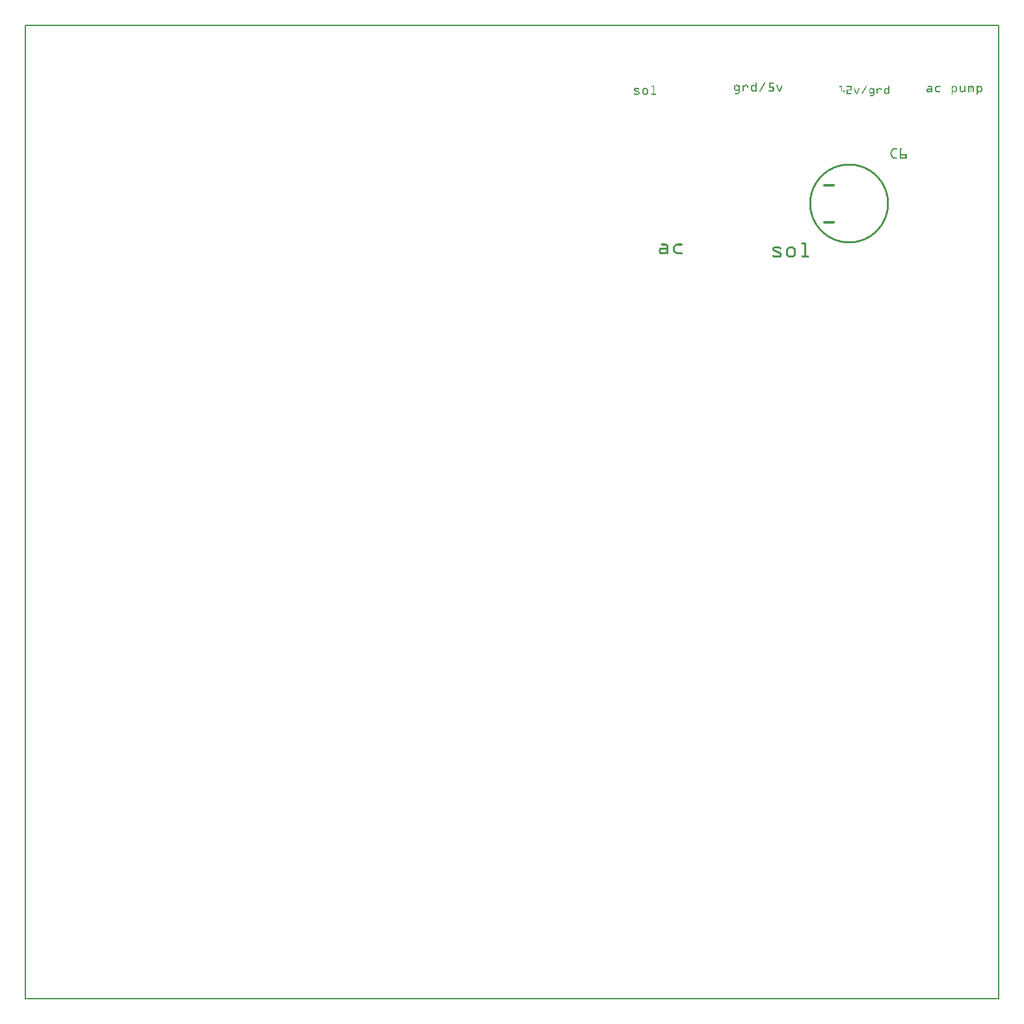
<source format=gto>
G04 MADE WITH FRITZING*
G04 WWW.FRITZING.ORG*
G04 DOUBLE SIDED*
G04 HOLES PLATED*
G04 CONTOUR ON CENTER OF CONTOUR VECTOR*
%ASAXBY*%
%FSLAX23Y23*%
%MOIN*%
%OFA0B0*%
%SFA1.0B1.0*%
%ADD10C,0.410000X0.39*%
%ADD11R,5.000010X5.000010X4.984010X4.984010*%
%ADD12C,0.008000*%
%ADD13R,0.001000X0.001000*%
%LNSILK1*%
G90*
G70*
G54D10*
X4227Y4080D03*
G54D12*
X4Y4996D02*
X4996Y4996D01*
X4996Y4D01*
X4Y4D01*
X4Y4996D01*
D02*
G54D13*
X3751Y4702D02*
X3754Y4702D01*
X3795Y4702D02*
X3798Y4702D01*
X3819Y4702D02*
X3842Y4702D01*
X3750Y4701D02*
X3755Y4701D01*
X3794Y4701D02*
X3798Y4701D01*
X3819Y4701D02*
X3842Y4701D01*
X3750Y4700D02*
X3755Y4700D01*
X3793Y4700D02*
X3799Y4700D01*
X3819Y4700D02*
X3842Y4700D01*
X3750Y4699D02*
X3755Y4699D01*
X3793Y4699D02*
X3798Y4699D01*
X3819Y4699D02*
X3842Y4699D01*
X3750Y4698D02*
X3755Y4698D01*
X3792Y4698D02*
X3798Y4698D01*
X3819Y4698D02*
X3842Y4698D01*
X3750Y4697D02*
X3755Y4697D01*
X3791Y4697D02*
X3798Y4697D01*
X3819Y4697D02*
X3840Y4697D01*
X3750Y4696D02*
X3755Y4696D01*
X3791Y4696D02*
X3797Y4696D01*
X3819Y4696D02*
X3824Y4696D01*
X3750Y4695D02*
X3755Y4695D01*
X3790Y4695D02*
X3796Y4695D01*
X3819Y4695D02*
X3824Y4695D01*
X3750Y4694D02*
X3755Y4694D01*
X3790Y4694D02*
X3796Y4694D01*
X3819Y4694D02*
X3824Y4694D01*
X3750Y4693D02*
X3755Y4693D01*
X3789Y4693D02*
X3795Y4693D01*
X3819Y4693D02*
X3824Y4693D01*
X3750Y4692D02*
X3755Y4692D01*
X3788Y4692D02*
X3795Y4692D01*
X3819Y4692D02*
X3824Y4692D01*
X3750Y4691D02*
X3755Y4691D01*
X3788Y4691D02*
X3794Y4691D01*
X3819Y4691D02*
X3824Y4691D01*
X3648Y4690D02*
X3654Y4690D01*
X3665Y4690D02*
X3665Y4690D01*
X3684Y4690D02*
X3685Y4690D01*
X3696Y4690D02*
X3704Y4690D01*
X3736Y4690D02*
X3742Y4690D01*
X3750Y4690D02*
X3755Y4690D01*
X3787Y4690D02*
X3793Y4690D01*
X3819Y4690D02*
X3824Y4690D01*
X3859Y4690D02*
X3860Y4690D01*
X3884Y4690D02*
X3884Y4690D01*
X3645Y4689D02*
X3657Y4689D01*
X3663Y4689D02*
X3667Y4689D01*
X3683Y4689D02*
X3686Y4689D01*
X3695Y4689D02*
X3706Y4689D01*
X3733Y4689D02*
X3745Y4689D01*
X3750Y4689D02*
X3755Y4689D01*
X3787Y4689D02*
X3793Y4689D01*
X3819Y4689D02*
X3824Y4689D01*
X3858Y4689D02*
X3861Y4689D01*
X3882Y4689D02*
X3886Y4689D01*
X3644Y4688D02*
X3659Y4688D01*
X3662Y4688D02*
X3667Y4688D01*
X3682Y4688D02*
X3687Y4688D01*
X3693Y4688D02*
X3708Y4688D01*
X3731Y4688D02*
X3746Y4688D01*
X3750Y4688D02*
X3755Y4688D01*
X3786Y4688D02*
X3792Y4688D01*
X3819Y4688D02*
X3824Y4688D01*
X3857Y4688D02*
X3862Y4688D01*
X3881Y4688D02*
X3886Y4688D01*
X3642Y4687D02*
X3660Y4687D01*
X3662Y4687D02*
X3667Y4687D01*
X3682Y4687D02*
X3687Y4687D01*
X3692Y4687D02*
X3709Y4687D01*
X3730Y4687D02*
X3748Y4687D01*
X3750Y4687D02*
X3755Y4687D01*
X3786Y4687D02*
X3792Y4687D01*
X3819Y4687D02*
X3824Y4687D01*
X3857Y4687D02*
X3862Y4687D01*
X3881Y4687D02*
X3886Y4687D01*
X3217Y4686D02*
X3227Y4686D01*
X3641Y4686D02*
X3667Y4686D01*
X3682Y4686D02*
X3687Y4686D01*
X3691Y4686D02*
X3710Y4686D01*
X3729Y4686D02*
X3755Y4686D01*
X3785Y4686D02*
X3791Y4686D01*
X3819Y4686D02*
X3824Y4686D01*
X3857Y4686D02*
X3862Y4686D01*
X3881Y4686D02*
X3886Y4686D01*
X4756Y4686D02*
X4757Y4686D01*
X4766Y4686D02*
X4770Y4686D01*
X4884Y4686D02*
X4885Y4686D01*
X4894Y4686D02*
X4899Y4686D01*
X3215Y4685D02*
X3228Y4685D01*
X3640Y4685D02*
X3667Y4685D01*
X3682Y4685D02*
X3687Y4685D01*
X3690Y4685D02*
X3710Y4685D01*
X3728Y4685D02*
X3755Y4685D01*
X3784Y4685D02*
X3790Y4685D01*
X3819Y4685D02*
X3824Y4685D01*
X3857Y4685D02*
X3862Y4685D01*
X3881Y4685D02*
X3886Y4685D01*
X4634Y4685D02*
X4645Y4685D01*
X4682Y4685D02*
X4694Y4685D01*
X4754Y4685D02*
X4758Y4685D01*
X4763Y4685D02*
X4773Y4685D01*
X4799Y4685D02*
X4799Y4685D01*
X4849Y4685D02*
X4849Y4685D01*
X4883Y4685D02*
X4886Y4685D01*
X4892Y4685D02*
X4901Y4685D01*
X3215Y4684D02*
X3229Y4684D01*
X3640Y4684D02*
X3649Y4684D01*
X3654Y4684D02*
X3667Y4684D01*
X3682Y4684D02*
X3687Y4684D01*
X3689Y4684D02*
X3698Y4684D01*
X3703Y4684D02*
X3711Y4684D01*
X3727Y4684D02*
X3736Y4684D01*
X3741Y4684D02*
X3755Y4684D01*
X3784Y4684D02*
X3790Y4684D01*
X3819Y4684D02*
X3824Y4684D01*
X3857Y4684D02*
X3862Y4684D01*
X3881Y4684D02*
X3886Y4684D01*
X4179Y4684D02*
X4192Y4684D01*
X4217Y4684D02*
X4238Y4684D01*
X4315Y4684D02*
X4317Y4684D01*
X4431Y4684D02*
X4432Y4684D01*
X4632Y4684D02*
X4649Y4684D01*
X4678Y4684D02*
X4696Y4684D01*
X4754Y4684D02*
X4759Y4684D01*
X4762Y4684D02*
X4774Y4684D01*
X4797Y4684D02*
X4801Y4684D01*
X4821Y4684D02*
X4824Y4684D01*
X4840Y4684D02*
X4843Y4684D01*
X4846Y4684D02*
X4853Y4684D01*
X4858Y4684D02*
X4863Y4684D01*
X4882Y4684D02*
X4887Y4684D01*
X4890Y4684D02*
X4903Y4684D01*
X3215Y4683D02*
X3229Y4683D01*
X3639Y4683D02*
X3646Y4683D01*
X3656Y4683D02*
X3667Y4683D01*
X3682Y4683D02*
X3696Y4683D01*
X3705Y4683D02*
X3711Y4683D01*
X3727Y4683D02*
X3734Y4683D01*
X3744Y4683D02*
X3755Y4683D01*
X3783Y4683D02*
X3789Y4683D01*
X3819Y4683D02*
X3824Y4683D01*
X3857Y4683D02*
X3862Y4683D01*
X3881Y4683D02*
X3886Y4683D01*
X4178Y4683D02*
X4192Y4683D01*
X4216Y4683D02*
X4240Y4683D01*
X4314Y4683D02*
X4318Y4683D01*
X4430Y4683D02*
X4433Y4683D01*
X4632Y4683D02*
X4650Y4683D01*
X4676Y4683D02*
X4697Y4683D01*
X4754Y4683D02*
X4759Y4683D01*
X4761Y4683D02*
X4775Y4683D01*
X4797Y4683D02*
X4801Y4683D01*
X4820Y4683D02*
X4825Y4683D01*
X4839Y4683D02*
X4854Y4683D01*
X4856Y4683D02*
X4865Y4683D01*
X4882Y4683D02*
X4887Y4683D01*
X4889Y4683D02*
X4904Y4683D01*
X3215Y4682D02*
X3229Y4682D01*
X3639Y4682D02*
X3645Y4682D01*
X3657Y4682D02*
X3667Y4682D01*
X3682Y4682D02*
X3695Y4682D01*
X3706Y4682D02*
X3711Y4682D01*
X3726Y4682D02*
X3733Y4682D01*
X3745Y4682D02*
X3755Y4682D01*
X3783Y4682D02*
X3789Y4682D01*
X3819Y4682D02*
X3839Y4682D01*
X3857Y4682D02*
X3863Y4682D01*
X3881Y4682D02*
X3886Y4682D01*
X4178Y4682D02*
X4192Y4682D01*
X4216Y4682D02*
X4240Y4682D01*
X4314Y4682D02*
X4318Y4682D01*
X4429Y4682D02*
X4434Y4682D01*
X4631Y4682D02*
X4651Y4682D01*
X4675Y4682D02*
X4697Y4682D01*
X4754Y4682D02*
X4777Y4682D01*
X4797Y4682D02*
X4801Y4682D01*
X4820Y4682D02*
X4825Y4682D01*
X4839Y4682D02*
X4866Y4682D01*
X4882Y4682D02*
X4905Y4682D01*
X3216Y4681D02*
X3229Y4681D01*
X3638Y4681D02*
X3644Y4681D01*
X3659Y4681D02*
X3667Y4681D01*
X3682Y4681D02*
X3694Y4681D01*
X3706Y4681D02*
X3711Y4681D01*
X3726Y4681D02*
X3732Y4681D01*
X3746Y4681D02*
X3755Y4681D01*
X3782Y4681D02*
X3788Y4681D01*
X3819Y4681D02*
X3840Y4681D01*
X3857Y4681D02*
X3863Y4681D01*
X3881Y4681D02*
X3886Y4681D01*
X4178Y4681D02*
X4192Y4681D01*
X4216Y4681D02*
X4241Y4681D01*
X4313Y4681D02*
X4318Y4681D01*
X4429Y4681D02*
X4434Y4681D01*
X4632Y4681D02*
X4652Y4681D01*
X4674Y4681D02*
X4697Y4681D01*
X4754Y4681D02*
X4778Y4681D01*
X4797Y4681D02*
X4802Y4681D01*
X4820Y4681D02*
X4825Y4681D01*
X4839Y4681D02*
X4867Y4681D01*
X4882Y4681D02*
X4906Y4681D01*
X3223Y4680D02*
X3229Y4680D01*
X3638Y4680D02*
X3643Y4680D01*
X3660Y4680D02*
X3667Y4680D01*
X3682Y4680D02*
X3693Y4680D01*
X3706Y4680D02*
X3711Y4680D01*
X3726Y4680D02*
X3731Y4680D01*
X3747Y4680D02*
X3755Y4680D01*
X3781Y4680D02*
X3788Y4680D01*
X3819Y4680D02*
X3841Y4680D01*
X3858Y4680D02*
X3863Y4680D01*
X3880Y4680D02*
X3886Y4680D01*
X4178Y4680D02*
X4192Y4680D01*
X4217Y4680D02*
X4241Y4680D01*
X4312Y4680D02*
X4318Y4680D01*
X4429Y4680D02*
X4434Y4680D01*
X4632Y4680D02*
X4652Y4680D01*
X4673Y4680D02*
X4696Y4680D01*
X4754Y4680D02*
X4766Y4680D01*
X4771Y4680D02*
X4779Y4680D01*
X4797Y4680D02*
X4802Y4680D01*
X4820Y4680D02*
X4825Y4680D01*
X4839Y4680D02*
X4867Y4680D01*
X4882Y4680D02*
X4894Y4680D01*
X4899Y4680D02*
X4907Y4680D01*
X3224Y4679D02*
X3229Y4679D01*
X3638Y4679D02*
X3643Y4679D01*
X3661Y4679D02*
X3667Y4679D01*
X3682Y4679D02*
X3691Y4679D01*
X3706Y4679D02*
X3711Y4679D01*
X3726Y4679D02*
X3731Y4679D01*
X3748Y4679D02*
X3755Y4679D01*
X3781Y4679D02*
X3787Y4679D01*
X3819Y4679D02*
X3842Y4679D01*
X3858Y4679D02*
X3864Y4679D01*
X3880Y4679D02*
X3885Y4679D01*
X4188Y4679D02*
X4192Y4679D01*
X4237Y4679D02*
X4241Y4679D01*
X4312Y4679D02*
X4317Y4679D01*
X4429Y4679D02*
X4434Y4679D01*
X4646Y4679D02*
X4653Y4679D01*
X4672Y4679D02*
X4681Y4679D01*
X4754Y4679D02*
X4764Y4679D01*
X4772Y4679D02*
X4780Y4679D01*
X4797Y4679D02*
X4802Y4679D01*
X4820Y4679D02*
X4825Y4679D01*
X4839Y4679D02*
X4848Y4679D01*
X4850Y4679D02*
X4867Y4679D01*
X4882Y4679D02*
X4893Y4679D01*
X4900Y4679D02*
X4908Y4679D01*
X3224Y4678D02*
X3229Y4678D01*
X3638Y4678D02*
X3643Y4678D01*
X3662Y4678D02*
X3667Y4678D01*
X3682Y4678D02*
X3690Y4678D01*
X3706Y4678D02*
X3711Y4678D01*
X3726Y4678D02*
X3731Y4678D01*
X3749Y4678D02*
X3755Y4678D01*
X3780Y4678D02*
X3786Y4678D01*
X3819Y4678D02*
X3842Y4678D01*
X3859Y4678D02*
X3864Y4678D01*
X3879Y4678D02*
X3885Y4678D01*
X4188Y4678D02*
X4192Y4678D01*
X4237Y4678D02*
X4241Y4678D01*
X4311Y4678D02*
X4317Y4678D01*
X4429Y4678D02*
X4434Y4678D01*
X4648Y4678D02*
X4653Y4678D01*
X4671Y4678D02*
X4679Y4678D01*
X4754Y4678D02*
X4763Y4678D01*
X4773Y4678D02*
X4781Y4678D01*
X4797Y4678D02*
X4802Y4678D01*
X4820Y4678D02*
X4825Y4678D01*
X4839Y4678D02*
X4847Y4678D01*
X4851Y4678D02*
X4859Y4678D01*
X4862Y4678D02*
X4867Y4678D01*
X4882Y4678D02*
X4892Y4678D01*
X4901Y4678D02*
X4909Y4678D01*
X3224Y4677D02*
X3229Y4677D01*
X3638Y4677D02*
X3643Y4677D01*
X3662Y4677D02*
X3667Y4677D01*
X3682Y4677D02*
X3689Y4677D01*
X3707Y4677D02*
X3710Y4677D01*
X3726Y4677D02*
X3731Y4677D01*
X3750Y4677D02*
X3755Y4677D01*
X3780Y4677D02*
X3786Y4677D01*
X3819Y4677D02*
X3842Y4677D01*
X3859Y4677D02*
X3865Y4677D01*
X3879Y4677D02*
X3884Y4677D01*
X4188Y4677D02*
X4192Y4677D01*
X4237Y4677D02*
X4241Y4677D01*
X4311Y4677D02*
X4316Y4677D01*
X4429Y4677D02*
X4434Y4677D01*
X4648Y4677D02*
X4653Y4677D01*
X4670Y4677D02*
X4678Y4677D01*
X4754Y4677D02*
X4762Y4677D01*
X4774Y4677D02*
X4781Y4677D01*
X4797Y4677D02*
X4802Y4677D01*
X4820Y4677D02*
X4825Y4677D01*
X4839Y4677D02*
X4846Y4677D01*
X4851Y4677D02*
X4858Y4677D01*
X4862Y4677D02*
X4867Y4677D01*
X4882Y4677D02*
X4891Y4677D01*
X4902Y4677D02*
X4909Y4677D01*
X3224Y4676D02*
X3229Y4676D01*
X3638Y4676D02*
X3643Y4676D01*
X3662Y4676D02*
X3667Y4676D01*
X3682Y4676D02*
X3688Y4676D01*
X3726Y4676D02*
X3731Y4676D01*
X3750Y4676D02*
X3755Y4676D01*
X3779Y4676D02*
X3785Y4676D01*
X3837Y4676D02*
X3843Y4676D01*
X3859Y4676D02*
X3865Y4676D01*
X3878Y4676D02*
X3884Y4676D01*
X4188Y4676D02*
X4192Y4676D01*
X4237Y4676D02*
X4241Y4676D01*
X4310Y4676D02*
X4315Y4676D01*
X4429Y4676D02*
X4434Y4676D01*
X4648Y4676D02*
X4653Y4676D01*
X4669Y4676D02*
X4677Y4676D01*
X4754Y4676D02*
X4762Y4676D01*
X4775Y4676D02*
X4782Y4676D01*
X4797Y4676D02*
X4802Y4676D01*
X4820Y4676D02*
X4825Y4676D01*
X4839Y4676D02*
X4845Y4676D01*
X4851Y4676D02*
X4856Y4676D01*
X4862Y4676D02*
X4867Y4676D01*
X4882Y4676D02*
X4890Y4676D01*
X4904Y4676D02*
X4910Y4676D01*
X3224Y4675D02*
X3229Y4675D01*
X3638Y4675D02*
X3643Y4675D01*
X3662Y4675D02*
X3667Y4675D01*
X3682Y4675D02*
X3687Y4675D01*
X3726Y4675D02*
X3731Y4675D01*
X3750Y4675D02*
X3755Y4675D01*
X3779Y4675D02*
X3785Y4675D01*
X3837Y4675D02*
X3843Y4675D01*
X3860Y4675D02*
X3866Y4675D01*
X3878Y4675D02*
X3884Y4675D01*
X4188Y4675D02*
X4192Y4675D01*
X4237Y4675D02*
X4241Y4675D01*
X4309Y4675D02*
X4315Y4675D01*
X4429Y4675D02*
X4434Y4675D01*
X4648Y4675D02*
X4653Y4675D01*
X4669Y4675D02*
X4675Y4675D01*
X4754Y4675D02*
X4761Y4675D01*
X4776Y4675D02*
X4782Y4675D01*
X4797Y4675D02*
X4802Y4675D01*
X4820Y4675D02*
X4825Y4675D01*
X4839Y4675D02*
X4844Y4675D01*
X4851Y4675D02*
X4856Y4675D01*
X4862Y4675D02*
X4867Y4675D01*
X4882Y4675D02*
X4889Y4675D01*
X4905Y4675D02*
X4910Y4675D01*
X3224Y4674D02*
X3229Y4674D01*
X3638Y4674D02*
X3643Y4674D01*
X3662Y4674D02*
X3667Y4674D01*
X3682Y4674D02*
X3687Y4674D01*
X3726Y4674D02*
X3731Y4674D01*
X3750Y4674D02*
X3755Y4674D01*
X3778Y4674D02*
X3784Y4674D01*
X3837Y4674D02*
X3843Y4674D01*
X3860Y4674D02*
X3866Y4674D01*
X3877Y4674D02*
X3883Y4674D01*
X4188Y4674D02*
X4192Y4674D01*
X4237Y4674D02*
X4241Y4674D01*
X4309Y4674D02*
X4314Y4674D01*
X4429Y4674D02*
X4434Y4674D01*
X4648Y4674D02*
X4653Y4674D01*
X4669Y4674D02*
X4674Y4674D01*
X4754Y4674D02*
X4760Y4674D01*
X4777Y4674D02*
X4782Y4674D01*
X4797Y4674D02*
X4802Y4674D01*
X4820Y4674D02*
X4825Y4674D01*
X4839Y4674D02*
X4844Y4674D01*
X4851Y4674D02*
X4856Y4674D01*
X4863Y4674D02*
X4867Y4674D01*
X4882Y4674D02*
X4888Y4674D01*
X4905Y4674D02*
X4910Y4674D01*
X3130Y4673D02*
X3147Y4673D01*
X3176Y4673D02*
X3189Y4673D01*
X3224Y4673D02*
X3229Y4673D01*
X3638Y4673D02*
X3643Y4673D01*
X3662Y4673D02*
X3667Y4673D01*
X3682Y4673D02*
X3687Y4673D01*
X3726Y4673D02*
X3731Y4673D01*
X3750Y4673D02*
X3755Y4673D01*
X3777Y4673D02*
X3783Y4673D01*
X3837Y4673D02*
X3843Y4673D01*
X3861Y4673D02*
X3866Y4673D01*
X3877Y4673D02*
X3883Y4673D01*
X4188Y4673D02*
X4192Y4673D01*
X4237Y4673D02*
X4241Y4673D01*
X4256Y4673D02*
X4257Y4673D01*
X4277Y4673D02*
X4278Y4673D01*
X4308Y4673D02*
X4314Y4673D01*
X4340Y4673D02*
X4346Y4673D01*
X4354Y4673D02*
X4355Y4673D01*
X4372Y4673D02*
X4372Y4673D01*
X4382Y4673D02*
X4389Y4673D01*
X4417Y4673D02*
X4422Y4673D01*
X4429Y4673D02*
X4434Y4673D01*
X4648Y4673D02*
X4653Y4673D01*
X4668Y4673D02*
X4674Y4673D01*
X4754Y4673D02*
X4759Y4673D01*
X4777Y4673D02*
X4782Y4673D01*
X4797Y4673D02*
X4802Y4673D01*
X4820Y4673D02*
X4825Y4673D01*
X4839Y4673D02*
X4844Y4673D01*
X4851Y4673D02*
X4856Y4673D01*
X4863Y4673D02*
X4868Y4673D01*
X4882Y4673D02*
X4887Y4673D01*
X4906Y4673D02*
X4911Y4673D01*
X3128Y4672D02*
X3149Y4672D01*
X3174Y4672D02*
X3191Y4672D01*
X3224Y4672D02*
X3229Y4672D01*
X3638Y4672D02*
X3643Y4672D01*
X3662Y4672D02*
X3667Y4672D01*
X3682Y4672D02*
X3687Y4672D01*
X3726Y4672D02*
X3731Y4672D01*
X3750Y4672D02*
X3755Y4672D01*
X3777Y4672D02*
X3783Y4672D01*
X3837Y4672D02*
X3843Y4672D01*
X3861Y4672D02*
X3867Y4672D01*
X3877Y4672D02*
X3882Y4672D01*
X4188Y4672D02*
X4192Y4672D01*
X4237Y4672D02*
X4241Y4672D01*
X4255Y4672D02*
X4258Y4672D01*
X4276Y4672D02*
X4279Y4672D01*
X4308Y4672D02*
X4313Y4672D01*
X4337Y4672D02*
X4348Y4672D01*
X4353Y4672D02*
X4356Y4672D01*
X4370Y4672D02*
X4373Y4672D01*
X4381Y4672D02*
X4391Y4672D01*
X4414Y4672D02*
X4425Y4672D01*
X4429Y4672D02*
X4434Y4672D01*
X4631Y4672D02*
X4653Y4672D01*
X4668Y4672D02*
X4673Y4672D01*
X4754Y4672D02*
X4759Y4672D01*
X4777Y4672D02*
X4782Y4672D01*
X4797Y4672D02*
X4802Y4672D01*
X4820Y4672D02*
X4825Y4672D01*
X4839Y4672D02*
X4844Y4672D01*
X4851Y4672D02*
X4856Y4672D01*
X4863Y4672D02*
X4868Y4672D01*
X4882Y4672D02*
X4887Y4672D01*
X4906Y4672D02*
X4911Y4672D01*
X3127Y4671D02*
X3151Y4671D01*
X3173Y4671D02*
X3192Y4671D01*
X3224Y4671D02*
X3229Y4671D01*
X3638Y4671D02*
X3643Y4671D01*
X3662Y4671D02*
X3667Y4671D01*
X3682Y4671D02*
X3687Y4671D01*
X3726Y4671D02*
X3731Y4671D01*
X3750Y4671D02*
X3755Y4671D01*
X3776Y4671D02*
X3782Y4671D01*
X3837Y4671D02*
X3843Y4671D01*
X3862Y4671D02*
X3867Y4671D01*
X3876Y4671D02*
X3882Y4671D01*
X4188Y4671D02*
X4192Y4671D01*
X4237Y4671D02*
X4241Y4671D01*
X4254Y4671D02*
X4259Y4671D01*
X4276Y4671D02*
X4280Y4671D01*
X4307Y4671D02*
X4312Y4671D01*
X4336Y4671D02*
X4350Y4671D01*
X4352Y4671D02*
X4357Y4671D01*
X4370Y4671D02*
X4374Y4671D01*
X4379Y4671D02*
X4393Y4671D01*
X4413Y4671D02*
X4426Y4671D01*
X4429Y4671D02*
X4434Y4671D01*
X4630Y4671D02*
X4653Y4671D01*
X4668Y4671D02*
X4673Y4671D01*
X4754Y4671D02*
X4759Y4671D01*
X4777Y4671D02*
X4782Y4671D01*
X4797Y4671D02*
X4802Y4671D01*
X4820Y4671D02*
X4825Y4671D01*
X4839Y4671D02*
X4844Y4671D01*
X4851Y4671D02*
X4856Y4671D01*
X4863Y4671D02*
X4868Y4671D01*
X4882Y4671D02*
X4887Y4671D01*
X4906Y4671D02*
X4911Y4671D01*
X3126Y4670D02*
X3152Y4670D01*
X3172Y4670D02*
X3193Y4670D01*
X3224Y4670D02*
X3229Y4670D01*
X3638Y4670D02*
X3643Y4670D01*
X3661Y4670D02*
X3667Y4670D01*
X3682Y4670D02*
X3687Y4670D01*
X3726Y4670D02*
X3731Y4670D01*
X3750Y4670D02*
X3755Y4670D01*
X3776Y4670D02*
X3782Y4670D01*
X3837Y4670D02*
X3843Y4670D01*
X3862Y4670D02*
X3868Y4670D01*
X3876Y4670D02*
X3881Y4670D01*
X4188Y4670D02*
X4192Y4670D01*
X4237Y4670D02*
X4241Y4670D01*
X4254Y4670D02*
X4259Y4670D01*
X4275Y4670D02*
X4280Y4670D01*
X4307Y4670D02*
X4312Y4670D01*
X4335Y4670D02*
X4357Y4670D01*
X4370Y4670D02*
X4374Y4670D01*
X4378Y4670D02*
X4393Y4670D01*
X4411Y4670D02*
X4434Y4670D01*
X4628Y4670D02*
X4654Y4670D01*
X4668Y4670D02*
X4673Y4670D01*
X4754Y4670D02*
X4759Y4670D01*
X4777Y4670D02*
X4782Y4670D01*
X4797Y4670D02*
X4802Y4670D01*
X4820Y4670D02*
X4825Y4670D01*
X4839Y4670D02*
X4844Y4670D01*
X4851Y4670D02*
X4856Y4670D01*
X4863Y4670D02*
X4868Y4670D01*
X4882Y4670D02*
X4887Y4670D01*
X4906Y4670D02*
X4911Y4670D01*
X3126Y4669D02*
X3152Y4669D01*
X3171Y4669D02*
X3194Y4669D01*
X3224Y4669D02*
X3229Y4669D01*
X3638Y4669D02*
X3643Y4669D01*
X3660Y4669D02*
X3667Y4669D01*
X3682Y4669D02*
X3687Y4669D01*
X3726Y4669D02*
X3731Y4669D01*
X3750Y4669D02*
X3755Y4669D01*
X3775Y4669D02*
X3781Y4669D01*
X3837Y4669D02*
X3843Y4669D01*
X3863Y4669D02*
X3868Y4669D01*
X3875Y4669D02*
X3881Y4669D01*
X4188Y4669D02*
X4192Y4669D01*
X4237Y4669D02*
X4241Y4669D01*
X4254Y4669D02*
X4259Y4669D01*
X4275Y4669D02*
X4280Y4669D01*
X4306Y4669D02*
X4311Y4669D01*
X4333Y4669D02*
X4357Y4669D01*
X4370Y4669D02*
X4374Y4669D01*
X4377Y4669D02*
X4394Y4669D01*
X4410Y4669D02*
X4434Y4669D01*
X4627Y4669D02*
X4654Y4669D01*
X4668Y4669D02*
X4673Y4669D01*
X4754Y4669D02*
X4759Y4669D01*
X4777Y4669D02*
X4782Y4669D01*
X4797Y4669D02*
X4802Y4669D01*
X4820Y4669D02*
X4825Y4669D01*
X4839Y4669D02*
X4844Y4669D01*
X4851Y4669D02*
X4856Y4669D01*
X4863Y4669D02*
X4868Y4669D01*
X4882Y4669D02*
X4887Y4669D01*
X4906Y4669D02*
X4911Y4669D01*
X3125Y4668D02*
X3153Y4668D01*
X3170Y4668D02*
X3195Y4668D01*
X3224Y4668D02*
X3229Y4668D01*
X3638Y4668D02*
X3644Y4668D01*
X3659Y4668D02*
X3667Y4668D01*
X3682Y4668D02*
X3687Y4668D01*
X3726Y4668D02*
X3731Y4668D01*
X3749Y4668D02*
X3755Y4668D01*
X3774Y4668D02*
X3781Y4668D01*
X3837Y4668D02*
X3843Y4668D01*
X3863Y4668D02*
X3869Y4668D01*
X3875Y4668D02*
X3880Y4668D01*
X4188Y4668D02*
X4192Y4668D01*
X4237Y4668D02*
X4241Y4668D01*
X4254Y4668D02*
X4259Y4668D01*
X4275Y4668D02*
X4280Y4668D01*
X4305Y4668D02*
X4311Y4668D01*
X4333Y4668D02*
X4357Y4668D01*
X4370Y4668D02*
X4374Y4668D01*
X4376Y4668D02*
X4395Y4668D01*
X4410Y4668D02*
X4434Y4668D01*
X4627Y4668D02*
X4654Y4668D01*
X4668Y4668D02*
X4673Y4668D01*
X4754Y4668D02*
X4759Y4668D01*
X4777Y4668D02*
X4782Y4668D01*
X4797Y4668D02*
X4802Y4668D01*
X4820Y4668D02*
X4825Y4668D01*
X4839Y4668D02*
X4844Y4668D01*
X4851Y4668D02*
X4856Y4668D01*
X4863Y4668D02*
X4868Y4668D01*
X4882Y4668D02*
X4887Y4668D01*
X4906Y4668D02*
X4911Y4668D01*
X3125Y4667D02*
X3131Y4667D01*
X3147Y4667D02*
X3152Y4667D01*
X3169Y4667D02*
X3177Y4667D01*
X3188Y4667D02*
X3196Y4667D01*
X3224Y4667D02*
X3229Y4667D01*
X3639Y4667D02*
X3644Y4667D01*
X3658Y4667D02*
X3667Y4667D01*
X3682Y4667D02*
X3687Y4667D01*
X3726Y4667D02*
X3731Y4667D01*
X3749Y4667D02*
X3755Y4667D01*
X3774Y4667D02*
X3780Y4667D01*
X3837Y4667D02*
X3843Y4667D01*
X3863Y4667D02*
X3869Y4667D01*
X3874Y4667D02*
X3880Y4667D01*
X4188Y4667D02*
X4192Y4667D01*
X4237Y4667D02*
X4241Y4667D01*
X4254Y4667D02*
X4259Y4667D01*
X4275Y4667D02*
X4280Y4667D01*
X4305Y4667D02*
X4310Y4667D01*
X4332Y4667D02*
X4338Y4667D01*
X4347Y4667D02*
X4357Y4667D01*
X4370Y4667D02*
X4382Y4667D01*
X4390Y4667D02*
X4395Y4667D01*
X4409Y4667D02*
X4415Y4667D01*
X4424Y4667D02*
X4434Y4667D01*
X4626Y4667D02*
X4654Y4667D01*
X4668Y4667D02*
X4673Y4667D01*
X4754Y4667D02*
X4759Y4667D01*
X4777Y4667D02*
X4782Y4667D01*
X4797Y4667D02*
X4802Y4667D01*
X4820Y4667D02*
X4825Y4667D01*
X4839Y4667D02*
X4844Y4667D01*
X4851Y4667D02*
X4856Y4667D01*
X4863Y4667D02*
X4868Y4667D01*
X4882Y4667D02*
X4887Y4667D01*
X4906Y4667D02*
X4911Y4667D01*
X3125Y4666D02*
X3130Y4666D01*
X3148Y4666D02*
X3152Y4666D01*
X3169Y4666D02*
X3175Y4666D01*
X3190Y4666D02*
X3196Y4666D01*
X3224Y4666D02*
X3229Y4666D01*
X3639Y4666D02*
X3645Y4666D01*
X3657Y4666D02*
X3667Y4666D01*
X3682Y4666D02*
X3687Y4666D01*
X3726Y4666D02*
X3731Y4666D01*
X3747Y4666D02*
X3755Y4666D01*
X3773Y4666D02*
X3779Y4666D01*
X3837Y4666D02*
X3843Y4666D01*
X3864Y4666D02*
X3869Y4666D01*
X3874Y4666D02*
X3880Y4666D01*
X4188Y4666D02*
X4192Y4666D01*
X4220Y4666D02*
X4241Y4666D01*
X4254Y4666D02*
X4259Y4666D01*
X4275Y4666D02*
X4280Y4666D01*
X4304Y4666D02*
X4310Y4666D01*
X4332Y4666D02*
X4337Y4666D01*
X4348Y4666D02*
X4357Y4666D01*
X4370Y4666D02*
X4381Y4666D01*
X4391Y4666D02*
X4395Y4666D01*
X4409Y4666D02*
X4414Y4666D01*
X4425Y4666D02*
X4434Y4666D01*
X4626Y4666D02*
X4632Y4666D01*
X4647Y4666D02*
X4654Y4666D01*
X4668Y4666D02*
X4673Y4666D01*
X4754Y4666D02*
X4759Y4666D01*
X4777Y4666D02*
X4782Y4666D01*
X4797Y4666D02*
X4802Y4666D01*
X4820Y4666D02*
X4825Y4666D01*
X4839Y4666D02*
X4844Y4666D01*
X4851Y4666D02*
X4856Y4666D01*
X4863Y4666D02*
X4868Y4666D01*
X4882Y4666D02*
X4887Y4666D01*
X4906Y4666D02*
X4911Y4666D01*
X3125Y4665D02*
X3130Y4665D01*
X3150Y4665D02*
X3151Y4665D01*
X3168Y4665D02*
X3174Y4665D01*
X3191Y4665D02*
X3197Y4665D01*
X3224Y4665D02*
X3229Y4665D01*
X3639Y4665D02*
X3647Y4665D01*
X3656Y4665D02*
X3667Y4665D01*
X3682Y4665D02*
X3687Y4665D01*
X3726Y4665D02*
X3731Y4665D01*
X3746Y4665D02*
X3755Y4665D01*
X3773Y4665D02*
X3779Y4665D01*
X3837Y4665D02*
X3843Y4665D01*
X3864Y4665D02*
X3870Y4665D01*
X3873Y4665D02*
X3879Y4665D01*
X4188Y4665D02*
X4192Y4665D01*
X4218Y4665D02*
X4241Y4665D01*
X4255Y4665D02*
X4259Y4665D01*
X4275Y4665D02*
X4280Y4665D01*
X4304Y4665D02*
X4309Y4665D01*
X4331Y4665D02*
X4336Y4665D01*
X4349Y4665D02*
X4357Y4665D01*
X4370Y4665D02*
X4380Y4665D01*
X4391Y4665D02*
X4395Y4665D01*
X4408Y4665D02*
X4413Y4665D01*
X4426Y4665D02*
X4434Y4665D01*
X4626Y4665D02*
X4631Y4665D01*
X4648Y4665D02*
X4654Y4665D01*
X4668Y4665D02*
X4673Y4665D01*
X4754Y4665D02*
X4759Y4665D01*
X4777Y4665D02*
X4782Y4665D01*
X4797Y4665D02*
X4802Y4665D01*
X4820Y4665D02*
X4825Y4665D01*
X4839Y4665D02*
X4844Y4665D01*
X4851Y4665D02*
X4856Y4665D01*
X4863Y4665D02*
X4868Y4665D01*
X4882Y4665D02*
X4887Y4665D01*
X4906Y4665D02*
X4911Y4665D01*
X3125Y4664D02*
X3131Y4664D01*
X3168Y4664D02*
X3174Y4664D01*
X3192Y4664D02*
X3197Y4664D01*
X3224Y4664D02*
X3229Y4664D01*
X3640Y4664D02*
X3667Y4664D01*
X3682Y4664D02*
X3687Y4664D01*
X3726Y4664D02*
X3732Y4664D01*
X3745Y4664D02*
X3755Y4664D01*
X3772Y4664D02*
X3778Y4664D01*
X3815Y4664D02*
X3817Y4664D01*
X3837Y4664D02*
X3843Y4664D01*
X3865Y4664D02*
X3870Y4664D01*
X3873Y4664D02*
X3879Y4664D01*
X4188Y4664D02*
X4192Y4664D01*
X4217Y4664D02*
X4241Y4664D01*
X4255Y4664D02*
X4260Y4664D01*
X4274Y4664D02*
X4279Y4664D01*
X4303Y4664D02*
X4308Y4664D01*
X4331Y4664D02*
X4336Y4664D01*
X4350Y4664D02*
X4357Y4664D01*
X4370Y4664D02*
X4379Y4664D01*
X4391Y4664D02*
X4395Y4664D01*
X4408Y4664D02*
X4413Y4664D01*
X4427Y4664D02*
X4434Y4664D01*
X4626Y4664D02*
X4631Y4664D01*
X4649Y4664D02*
X4654Y4664D01*
X4668Y4664D02*
X4673Y4664D01*
X4754Y4664D02*
X4759Y4664D01*
X4777Y4664D02*
X4782Y4664D01*
X4797Y4664D02*
X4802Y4664D01*
X4820Y4664D02*
X4825Y4664D01*
X4839Y4664D02*
X4844Y4664D01*
X4851Y4664D02*
X4856Y4664D01*
X4863Y4664D02*
X4868Y4664D01*
X4882Y4664D02*
X4887Y4664D01*
X4906Y4664D02*
X4911Y4664D01*
X3125Y4663D02*
X3134Y4663D01*
X3168Y4663D02*
X3173Y4663D01*
X3192Y4663D02*
X3197Y4663D01*
X3224Y4663D02*
X3229Y4663D01*
X3641Y4663D02*
X3667Y4663D01*
X3682Y4663D02*
X3687Y4663D01*
X3727Y4663D02*
X3734Y4663D01*
X3744Y4663D02*
X3755Y4663D01*
X3771Y4663D02*
X3778Y4663D01*
X3814Y4663D02*
X3819Y4663D01*
X3837Y4663D02*
X3843Y4663D01*
X3865Y4663D02*
X3871Y4663D01*
X3873Y4663D02*
X3878Y4663D01*
X4188Y4663D02*
X4192Y4663D01*
X4216Y4663D02*
X4240Y4663D01*
X4255Y4663D02*
X4260Y4663D01*
X4274Y4663D02*
X4279Y4663D01*
X4302Y4663D02*
X4308Y4663D01*
X4331Y4663D02*
X4336Y4663D01*
X4352Y4663D02*
X4357Y4663D01*
X4370Y4663D02*
X4377Y4663D01*
X4391Y4663D02*
X4395Y4663D01*
X4408Y4663D02*
X4413Y4663D01*
X4428Y4663D02*
X4434Y4663D01*
X4626Y4663D02*
X4631Y4663D01*
X4649Y4663D02*
X4654Y4663D01*
X4669Y4663D02*
X4674Y4663D01*
X4754Y4663D02*
X4759Y4663D01*
X4777Y4663D02*
X4782Y4663D01*
X4797Y4663D02*
X4802Y4663D01*
X4819Y4663D02*
X4825Y4663D01*
X4839Y4663D02*
X4844Y4663D01*
X4851Y4663D02*
X4856Y4663D01*
X4863Y4663D02*
X4868Y4663D01*
X4882Y4663D02*
X4887Y4663D01*
X4905Y4663D02*
X4910Y4663D01*
X3126Y4662D02*
X3136Y4662D01*
X3168Y4662D02*
X3173Y4662D01*
X3192Y4662D02*
X3197Y4662D01*
X3224Y4662D02*
X3229Y4662D01*
X3642Y4662D02*
X3667Y4662D01*
X3682Y4662D02*
X3687Y4662D01*
X3727Y4662D02*
X3735Y4662D01*
X3742Y4662D02*
X3755Y4662D01*
X3771Y4662D02*
X3777Y4662D01*
X3813Y4662D02*
X3822Y4662D01*
X3837Y4662D02*
X3843Y4662D01*
X3866Y4662D02*
X3878Y4662D01*
X4188Y4662D02*
X4192Y4662D01*
X4216Y4662D02*
X4239Y4662D01*
X4256Y4662D02*
X4261Y4662D01*
X4273Y4662D02*
X4278Y4662D01*
X4302Y4662D02*
X4307Y4662D01*
X4331Y4662D02*
X4336Y4662D01*
X4352Y4662D02*
X4357Y4662D01*
X4370Y4662D02*
X4376Y4662D01*
X4391Y4662D02*
X4394Y4662D01*
X4408Y4662D02*
X4413Y4662D01*
X4429Y4662D02*
X4434Y4662D01*
X4626Y4662D02*
X4631Y4662D01*
X4649Y4662D02*
X4654Y4662D01*
X4669Y4662D02*
X4675Y4662D01*
X4754Y4662D02*
X4760Y4662D01*
X4777Y4662D02*
X4782Y4662D01*
X4797Y4662D02*
X4802Y4662D01*
X4818Y4662D02*
X4825Y4662D01*
X4839Y4662D02*
X4844Y4662D01*
X4851Y4662D02*
X4856Y4662D01*
X4863Y4662D02*
X4868Y4662D01*
X4882Y4662D02*
X4888Y4662D01*
X4905Y4662D02*
X4910Y4662D01*
X3127Y4661D02*
X3138Y4661D01*
X3168Y4661D02*
X3173Y4661D01*
X3192Y4661D02*
X3197Y4661D01*
X3224Y4661D02*
X3229Y4661D01*
X3643Y4661D02*
X3660Y4661D01*
X3662Y4661D02*
X3667Y4661D01*
X3682Y4661D02*
X3687Y4661D01*
X3728Y4661D02*
X3755Y4661D01*
X3770Y4661D02*
X3776Y4661D01*
X3813Y4661D02*
X3842Y4661D01*
X3866Y4661D02*
X3877Y4661D01*
X4188Y4661D02*
X4192Y4661D01*
X4199Y4661D02*
X4202Y4661D01*
X4216Y4661D02*
X4221Y4661D01*
X4256Y4661D02*
X4261Y4661D01*
X4273Y4661D02*
X4278Y4661D01*
X4301Y4661D02*
X4307Y4661D01*
X4331Y4661D02*
X4336Y4661D01*
X4352Y4661D02*
X4357Y4661D01*
X4370Y4661D02*
X4375Y4661D01*
X4408Y4661D02*
X4413Y4661D01*
X4429Y4661D02*
X4434Y4661D01*
X4626Y4661D02*
X4631Y4661D01*
X4648Y4661D02*
X4654Y4661D01*
X4669Y4661D02*
X4676Y4661D01*
X4754Y4661D02*
X4761Y4661D01*
X4776Y4661D02*
X4782Y4661D01*
X4797Y4661D02*
X4802Y4661D01*
X4816Y4661D02*
X4825Y4661D01*
X4839Y4661D02*
X4844Y4661D01*
X4851Y4661D02*
X4856Y4661D01*
X4863Y4661D02*
X4868Y4661D01*
X4882Y4661D02*
X4889Y4661D01*
X4904Y4661D02*
X4910Y4661D01*
X3127Y4660D02*
X3141Y4660D01*
X3168Y4660D02*
X3173Y4660D01*
X3192Y4660D02*
X3197Y4660D01*
X3224Y4660D02*
X3229Y4660D01*
X3644Y4660D02*
X3658Y4660D01*
X3662Y4660D02*
X3667Y4660D01*
X3682Y4660D02*
X3687Y4660D01*
X3729Y4660D02*
X3755Y4660D01*
X3770Y4660D02*
X3776Y4660D01*
X3814Y4660D02*
X3842Y4660D01*
X3866Y4660D02*
X3877Y4660D01*
X4188Y4660D02*
X4192Y4660D01*
X4199Y4660D02*
X4203Y4660D01*
X4216Y4660D02*
X4220Y4660D01*
X4257Y4660D02*
X4262Y4660D01*
X4273Y4660D02*
X4277Y4660D01*
X4301Y4660D02*
X4306Y4660D01*
X4331Y4660D02*
X4336Y4660D01*
X4352Y4660D02*
X4357Y4660D01*
X4370Y4660D02*
X4374Y4660D01*
X4408Y4660D02*
X4413Y4660D01*
X4429Y4660D02*
X4434Y4660D01*
X4626Y4660D02*
X4631Y4660D01*
X4647Y4660D02*
X4654Y4660D01*
X4670Y4660D02*
X4677Y4660D01*
X4754Y4660D02*
X4762Y4660D01*
X4775Y4660D02*
X4782Y4660D01*
X4797Y4660D02*
X4802Y4660D01*
X4814Y4660D02*
X4825Y4660D01*
X4839Y4660D02*
X4844Y4660D01*
X4851Y4660D02*
X4856Y4660D01*
X4863Y4660D02*
X4868Y4660D01*
X4882Y4660D02*
X4890Y4660D01*
X4903Y4660D02*
X4910Y4660D01*
X3129Y4659D02*
X3143Y4659D01*
X3168Y4659D02*
X3173Y4659D01*
X3192Y4659D02*
X3197Y4659D01*
X3224Y4659D02*
X3229Y4659D01*
X3646Y4659D02*
X3656Y4659D01*
X3662Y4659D02*
X3667Y4659D01*
X3682Y4659D02*
X3687Y4659D01*
X3730Y4659D02*
X3748Y4659D01*
X3750Y4659D02*
X3755Y4659D01*
X3770Y4659D02*
X3775Y4659D01*
X3814Y4659D02*
X3842Y4659D01*
X3867Y4659D02*
X3877Y4659D01*
X4188Y4659D02*
X4192Y4659D01*
X4199Y4659D02*
X4203Y4659D01*
X4216Y4659D02*
X4220Y4659D01*
X4257Y4659D02*
X4262Y4659D01*
X4272Y4659D02*
X4277Y4659D01*
X4300Y4659D02*
X4305Y4659D01*
X4331Y4659D02*
X4336Y4659D01*
X4352Y4659D02*
X4357Y4659D01*
X4370Y4659D02*
X4374Y4659D01*
X4408Y4659D02*
X4413Y4659D01*
X4429Y4659D02*
X4434Y4659D01*
X4626Y4659D02*
X4631Y4659D01*
X4645Y4659D02*
X4654Y4659D01*
X4670Y4659D02*
X4678Y4659D01*
X4754Y4659D02*
X4763Y4659D01*
X4774Y4659D02*
X4781Y4659D01*
X4797Y4659D02*
X4803Y4659D01*
X4813Y4659D02*
X4825Y4659D01*
X4839Y4659D02*
X4844Y4659D01*
X4851Y4659D02*
X4856Y4659D01*
X4863Y4659D02*
X4868Y4659D01*
X4882Y4659D02*
X4891Y4659D01*
X4902Y4659D02*
X4909Y4659D01*
X3131Y4658D02*
X3145Y4658D01*
X3168Y4658D02*
X3173Y4658D01*
X3192Y4658D02*
X3197Y4658D01*
X3224Y4658D02*
X3229Y4658D01*
X3662Y4658D02*
X3667Y4658D01*
X3682Y4658D02*
X3687Y4658D01*
X3731Y4658D02*
X3747Y4658D01*
X3750Y4658D02*
X3755Y4658D01*
X3770Y4658D02*
X3775Y4658D01*
X3816Y4658D02*
X3841Y4658D01*
X3867Y4658D02*
X3876Y4658D01*
X4188Y4658D02*
X4192Y4658D01*
X4199Y4658D02*
X4203Y4658D01*
X4216Y4658D02*
X4220Y4658D01*
X4258Y4658D02*
X4262Y4658D01*
X4272Y4658D02*
X4277Y4658D01*
X4300Y4658D02*
X4305Y4658D01*
X4331Y4658D02*
X4336Y4658D01*
X4352Y4658D02*
X4357Y4658D01*
X4370Y4658D02*
X4374Y4658D01*
X4408Y4658D02*
X4413Y4658D01*
X4429Y4658D02*
X4434Y4658D01*
X4626Y4658D02*
X4632Y4658D01*
X4643Y4658D02*
X4654Y4658D01*
X4671Y4658D02*
X4680Y4658D01*
X4754Y4658D02*
X4764Y4658D01*
X4772Y4658D02*
X4780Y4658D01*
X4798Y4658D02*
X4804Y4658D01*
X4811Y4658D02*
X4825Y4658D01*
X4839Y4658D02*
X4844Y4658D01*
X4851Y4658D02*
X4856Y4658D01*
X4863Y4658D02*
X4868Y4658D01*
X4882Y4658D02*
X4892Y4658D01*
X4901Y4658D02*
X4909Y4658D01*
X3133Y4657D02*
X3147Y4657D01*
X3168Y4657D02*
X3173Y4657D01*
X3192Y4657D02*
X3197Y4657D01*
X3224Y4657D02*
X3229Y4657D01*
X3662Y4657D02*
X3667Y4657D01*
X3683Y4657D02*
X3686Y4657D01*
X3732Y4657D02*
X3745Y4657D01*
X3750Y4657D02*
X3754Y4657D01*
X3770Y4657D02*
X3774Y4657D01*
X3818Y4657D02*
X3840Y4657D01*
X3868Y4657D02*
X3875Y4657D01*
X4188Y4657D02*
X4192Y4657D01*
X4199Y4657D02*
X4203Y4657D01*
X4216Y4657D02*
X4220Y4657D01*
X4258Y4657D02*
X4263Y4657D01*
X4271Y4657D02*
X4276Y4657D01*
X4299Y4657D02*
X4304Y4657D01*
X4331Y4657D02*
X4336Y4657D01*
X4352Y4657D02*
X4357Y4657D01*
X4370Y4657D02*
X4374Y4657D01*
X4408Y4657D02*
X4413Y4657D01*
X4429Y4657D02*
X4434Y4657D01*
X4626Y4657D02*
X4654Y4657D01*
X4673Y4657D02*
X4695Y4657D01*
X4754Y4657D02*
X4765Y4657D01*
X4771Y4657D02*
X4779Y4657D01*
X4798Y4657D02*
X4825Y4657D01*
X4839Y4657D02*
X4844Y4657D01*
X4851Y4657D02*
X4856Y4657D01*
X4863Y4657D02*
X4868Y4657D01*
X4882Y4657D02*
X4893Y4657D01*
X4899Y4657D02*
X4908Y4657D01*
X3135Y4656D02*
X3149Y4656D01*
X3168Y4656D02*
X3173Y4656D01*
X3192Y4656D02*
X3197Y4656D01*
X3224Y4656D02*
X3229Y4656D01*
X3662Y4656D02*
X3667Y4656D01*
X3684Y4656D02*
X3685Y4656D01*
X3735Y4656D02*
X3743Y4656D01*
X3752Y4656D02*
X3753Y4656D01*
X3771Y4656D02*
X3773Y4656D01*
X3821Y4656D02*
X3838Y4656D01*
X3869Y4656D02*
X3874Y4656D01*
X4188Y4656D02*
X4192Y4656D01*
X4199Y4656D02*
X4203Y4656D01*
X4216Y4656D02*
X4220Y4656D01*
X4258Y4656D02*
X4263Y4656D01*
X4271Y4656D02*
X4276Y4656D01*
X4298Y4656D02*
X4304Y4656D01*
X4331Y4656D02*
X4336Y4656D01*
X4352Y4656D02*
X4357Y4656D01*
X4370Y4656D02*
X4374Y4656D01*
X4408Y4656D02*
X4413Y4656D01*
X4429Y4656D02*
X4434Y4656D01*
X4627Y4656D02*
X4654Y4656D01*
X4674Y4656D02*
X4696Y4656D01*
X4754Y4656D02*
X4778Y4656D01*
X4798Y4656D02*
X4818Y4656D01*
X4820Y4656D02*
X4825Y4656D01*
X4839Y4656D02*
X4844Y4656D01*
X4851Y4656D02*
X4856Y4656D01*
X4863Y4656D02*
X4868Y4656D01*
X4882Y4656D02*
X4907Y4656D01*
X3138Y4655D02*
X3150Y4655D01*
X3168Y4655D02*
X3173Y4655D01*
X3192Y4655D02*
X3197Y4655D01*
X3224Y4655D02*
X3229Y4655D01*
X3662Y4655D02*
X3667Y4655D01*
X4188Y4655D02*
X4192Y4655D01*
X4199Y4655D02*
X4203Y4655D01*
X4216Y4655D02*
X4220Y4655D01*
X4259Y4655D02*
X4264Y4655D01*
X4270Y4655D02*
X4275Y4655D01*
X4298Y4655D02*
X4303Y4655D01*
X4331Y4655D02*
X4336Y4655D01*
X4351Y4655D02*
X4357Y4655D01*
X4370Y4655D02*
X4374Y4655D01*
X4408Y4655D02*
X4413Y4655D01*
X4429Y4655D02*
X4434Y4655D01*
X4627Y4655D02*
X4654Y4655D01*
X4675Y4655D02*
X4697Y4655D01*
X4754Y4655D02*
X4777Y4655D01*
X4799Y4655D02*
X4817Y4655D01*
X4820Y4655D02*
X4825Y4655D01*
X4839Y4655D02*
X4844Y4655D01*
X4851Y4655D02*
X4856Y4655D01*
X4863Y4655D02*
X4868Y4655D01*
X4882Y4655D02*
X4905Y4655D01*
X3140Y4654D02*
X3151Y4654D01*
X3168Y4654D02*
X3173Y4654D01*
X3192Y4654D02*
X3197Y4654D01*
X3224Y4654D02*
X3229Y4654D01*
X3662Y4654D02*
X3667Y4654D01*
X4199Y4654D02*
X4203Y4654D01*
X4216Y4654D02*
X4220Y4654D01*
X4259Y4654D02*
X4264Y4654D01*
X4270Y4654D02*
X4275Y4654D01*
X4297Y4654D02*
X4302Y4654D01*
X4331Y4654D02*
X4336Y4654D01*
X4350Y4654D02*
X4357Y4654D01*
X4370Y4654D02*
X4374Y4654D01*
X4408Y4654D02*
X4413Y4654D01*
X4429Y4654D02*
X4434Y4654D01*
X4628Y4654D02*
X4647Y4654D01*
X4649Y4654D02*
X4654Y4654D01*
X4676Y4654D02*
X4697Y4654D01*
X4754Y4654D02*
X4776Y4654D01*
X4800Y4654D02*
X4815Y4654D01*
X4820Y4654D02*
X4825Y4654D01*
X4839Y4654D02*
X4844Y4654D01*
X4851Y4654D02*
X4856Y4654D01*
X4863Y4654D02*
X4868Y4654D01*
X4882Y4654D02*
X4887Y4654D01*
X4889Y4654D02*
X4904Y4654D01*
X3142Y4653D02*
X3152Y4653D01*
X3168Y4653D02*
X3173Y4653D01*
X3192Y4653D02*
X3197Y4653D01*
X3224Y4653D02*
X3229Y4653D01*
X3662Y4653D02*
X3667Y4653D01*
X4200Y4653D02*
X4203Y4653D01*
X4216Y4653D02*
X4220Y4653D01*
X4260Y4653D02*
X4265Y4653D01*
X4270Y4653D02*
X4274Y4653D01*
X4297Y4653D02*
X4302Y4653D01*
X4331Y4653D02*
X4336Y4653D01*
X4349Y4653D02*
X4357Y4653D01*
X4370Y4653D02*
X4374Y4653D01*
X4408Y4653D02*
X4413Y4653D01*
X4428Y4653D02*
X4434Y4653D01*
X4630Y4653D02*
X4646Y4653D01*
X4649Y4653D02*
X4654Y4653D01*
X4677Y4653D02*
X4696Y4653D01*
X4754Y4653D02*
X4759Y4653D01*
X4761Y4653D02*
X4775Y4653D01*
X4801Y4653D02*
X4813Y4653D01*
X4821Y4653D02*
X4825Y4653D01*
X4839Y4653D02*
X4843Y4653D01*
X4851Y4653D02*
X4856Y4653D01*
X4864Y4653D02*
X4868Y4653D01*
X4882Y4653D02*
X4887Y4653D01*
X4890Y4653D02*
X4903Y4653D01*
X3145Y4652D02*
X3152Y4652D01*
X3168Y4652D02*
X3173Y4652D01*
X3192Y4652D02*
X3197Y4652D01*
X3224Y4652D02*
X3229Y4652D01*
X3661Y4652D02*
X3667Y4652D01*
X4203Y4652D02*
X4203Y4652D01*
X4216Y4652D02*
X4220Y4652D01*
X4260Y4652D02*
X4265Y4652D01*
X4269Y4652D02*
X4274Y4652D01*
X4296Y4652D02*
X4301Y4652D01*
X4332Y4652D02*
X4337Y4652D01*
X4348Y4652D02*
X4357Y4652D01*
X4370Y4652D02*
X4374Y4652D01*
X4408Y4652D02*
X4413Y4652D01*
X4427Y4652D02*
X4434Y4652D01*
X4631Y4652D02*
X4644Y4652D01*
X4650Y4652D02*
X4653Y4652D01*
X4679Y4652D02*
X4695Y4652D01*
X4754Y4652D02*
X4759Y4652D01*
X4763Y4652D02*
X4774Y4652D01*
X4803Y4652D02*
X4811Y4652D01*
X4821Y4652D02*
X4824Y4652D01*
X4840Y4652D02*
X4842Y4652D01*
X4852Y4652D02*
X4855Y4652D01*
X4865Y4652D02*
X4867Y4652D01*
X4882Y4652D02*
X4887Y4652D01*
X4891Y4652D02*
X4902Y4652D01*
X3147Y4651D02*
X3153Y4651D01*
X3168Y4651D02*
X3173Y4651D01*
X3192Y4651D02*
X3197Y4651D01*
X3224Y4651D02*
X3229Y4651D01*
X3661Y4651D02*
X3667Y4651D01*
X4216Y4651D02*
X4220Y4651D01*
X4261Y4651D02*
X4265Y4651D01*
X4269Y4651D02*
X4274Y4651D01*
X4295Y4651D02*
X4301Y4651D01*
X4332Y4651D02*
X4339Y4651D01*
X4347Y4651D02*
X4357Y4651D01*
X4370Y4651D02*
X4374Y4651D01*
X4408Y4651D02*
X4413Y4651D01*
X4426Y4651D02*
X4434Y4651D01*
X4754Y4651D02*
X4759Y4651D01*
X4765Y4651D02*
X4772Y4651D01*
X4882Y4651D02*
X4887Y4651D01*
X4893Y4651D02*
X4900Y4651D01*
X3148Y4650D02*
X3153Y4650D01*
X3168Y4650D02*
X3173Y4650D01*
X3192Y4650D02*
X3197Y4650D01*
X3224Y4650D02*
X3229Y4650D01*
X3659Y4650D02*
X3666Y4650D01*
X4216Y4650D02*
X4220Y4650D01*
X4261Y4650D02*
X4266Y4650D01*
X4268Y4650D02*
X4273Y4650D01*
X4295Y4650D02*
X4300Y4650D01*
X4333Y4650D02*
X4357Y4650D01*
X4370Y4650D02*
X4374Y4650D01*
X4409Y4650D02*
X4414Y4650D01*
X4425Y4650D02*
X4434Y4650D01*
X4754Y4650D02*
X4759Y4650D01*
X4882Y4650D02*
X4887Y4650D01*
X3148Y4649D02*
X3153Y4649D01*
X3168Y4649D02*
X3173Y4649D01*
X3192Y4649D02*
X3197Y4649D01*
X3224Y4649D02*
X3229Y4649D01*
X3645Y4649D02*
X3666Y4649D01*
X4216Y4649D02*
X4220Y4649D01*
X4262Y4649D02*
X4273Y4649D01*
X4294Y4649D02*
X4300Y4649D01*
X4334Y4649D02*
X4357Y4649D01*
X4370Y4649D02*
X4374Y4649D01*
X4409Y4649D02*
X4415Y4649D01*
X4424Y4649D02*
X4434Y4649D01*
X4754Y4649D02*
X4759Y4649D01*
X4882Y4649D02*
X4887Y4649D01*
X3148Y4648D02*
X3153Y4648D01*
X3168Y4648D02*
X3174Y4648D01*
X3191Y4648D02*
X3197Y4648D01*
X3224Y4648D02*
X3229Y4648D01*
X3642Y4648D02*
X3665Y4648D01*
X4216Y4648D02*
X4240Y4648D01*
X4262Y4648D02*
X4272Y4648D01*
X4294Y4648D02*
X4299Y4648D01*
X4335Y4648D02*
X4350Y4648D01*
X4352Y4648D02*
X4357Y4648D01*
X4370Y4648D02*
X4374Y4648D01*
X4410Y4648D02*
X4434Y4648D01*
X4754Y4648D02*
X4759Y4648D01*
X4882Y4648D02*
X4887Y4648D01*
X3125Y4647D02*
X3128Y4647D01*
X3148Y4647D02*
X3153Y4647D01*
X3168Y4647D02*
X3175Y4647D01*
X3190Y4647D02*
X3197Y4647D01*
X3224Y4647D02*
X3229Y4647D01*
X3641Y4647D02*
X3664Y4647D01*
X4216Y4647D02*
X4241Y4647D01*
X4262Y4647D02*
X4272Y4647D01*
X4293Y4647D02*
X4298Y4647D01*
X4336Y4647D02*
X4349Y4647D01*
X4352Y4647D02*
X4357Y4647D01*
X4370Y4647D02*
X4374Y4647D01*
X4410Y4647D02*
X4434Y4647D01*
X4754Y4647D02*
X4759Y4647D01*
X4882Y4647D02*
X4887Y4647D01*
X3124Y4646D02*
X3130Y4646D01*
X3147Y4646D02*
X3153Y4646D01*
X3169Y4646D02*
X3176Y4646D01*
X3189Y4646D02*
X3196Y4646D01*
X3224Y4646D02*
X3229Y4646D01*
X3641Y4646D02*
X3663Y4646D01*
X4216Y4646D02*
X4241Y4646D01*
X4263Y4646D02*
X4271Y4646D01*
X4293Y4646D02*
X4298Y4646D01*
X4338Y4646D02*
X4347Y4646D01*
X4352Y4646D02*
X4357Y4646D01*
X4370Y4646D02*
X4374Y4646D01*
X4411Y4646D02*
X4434Y4646D01*
X4754Y4646D02*
X4759Y4646D01*
X4882Y4646D02*
X4887Y4646D01*
X3124Y4645D02*
X3153Y4645D01*
X3169Y4645D02*
X3195Y4645D01*
X3217Y4645D02*
X3236Y4645D01*
X3641Y4645D02*
X3662Y4645D01*
X4216Y4645D02*
X4241Y4645D01*
X4263Y4645D02*
X4271Y4645D01*
X4293Y4645D02*
X4297Y4645D01*
X4352Y4645D02*
X4357Y4645D01*
X4370Y4645D02*
X4374Y4645D01*
X4413Y4645D02*
X4427Y4645D01*
X4429Y4645D02*
X4433Y4645D01*
X4754Y4645D02*
X4759Y4645D01*
X4882Y4645D02*
X4887Y4645D01*
X3124Y4644D02*
X3152Y4644D01*
X3170Y4644D02*
X3195Y4644D01*
X3215Y4644D02*
X3237Y4644D01*
X3642Y4644D02*
X3660Y4644D01*
X4216Y4644D02*
X4241Y4644D01*
X4264Y4644D02*
X4270Y4644D01*
X4293Y4644D02*
X4297Y4644D01*
X4352Y4644D02*
X4357Y4644D01*
X4370Y4644D02*
X4373Y4644D01*
X4414Y4644D02*
X4425Y4644D01*
X4430Y4644D02*
X4433Y4644D01*
X4754Y4644D02*
X4759Y4644D01*
X4882Y4644D02*
X4887Y4644D01*
X3125Y4643D02*
X3152Y4643D01*
X3171Y4643D02*
X3194Y4643D01*
X3215Y4643D02*
X3238Y4643D01*
X3644Y4643D02*
X3657Y4643D01*
X4217Y4643D02*
X4239Y4643D01*
X4266Y4643D02*
X4268Y4643D01*
X4352Y4643D02*
X4357Y4643D01*
X4372Y4643D02*
X4372Y4643D01*
X4417Y4643D02*
X4422Y4643D01*
X4754Y4643D02*
X4759Y4643D01*
X4882Y4643D02*
X4887Y4643D01*
X3126Y4642D02*
X3151Y4642D01*
X3172Y4642D02*
X3193Y4642D01*
X3215Y4642D02*
X3238Y4642D01*
X4352Y4642D02*
X4357Y4642D01*
X4754Y4642D02*
X4759Y4642D01*
X4882Y4642D02*
X4887Y4642D01*
X3127Y4641D02*
X3150Y4641D01*
X3174Y4641D02*
X3191Y4641D01*
X3215Y4641D02*
X3238Y4641D01*
X4352Y4641D02*
X4357Y4641D01*
X4754Y4641D02*
X4759Y4641D01*
X4882Y4641D02*
X4887Y4641D01*
X3129Y4640D02*
X3148Y4640D01*
X3175Y4640D02*
X3190Y4640D01*
X3216Y4640D02*
X3237Y4640D01*
X4352Y4640D02*
X4357Y4640D01*
X4755Y4640D02*
X4758Y4640D01*
X4883Y4640D02*
X4886Y4640D01*
X4351Y4639D02*
X4356Y4639D01*
X4756Y4639D02*
X4756Y4639D01*
X4350Y4638D02*
X4356Y4638D01*
X4336Y4637D02*
X4355Y4637D01*
X4335Y4636D02*
X4355Y4636D01*
X4334Y4635D02*
X4354Y4635D01*
X4334Y4634D02*
X4352Y4634D01*
X4334Y4633D02*
X4351Y4633D01*
X4335Y4632D02*
X4349Y4632D01*
X4456Y4365D02*
X4471Y4365D01*
X4492Y4365D02*
X4497Y4365D01*
X4453Y4364D02*
X4472Y4364D01*
X4491Y4364D02*
X4498Y4364D01*
X4451Y4363D02*
X4473Y4363D01*
X4490Y4363D02*
X4499Y4363D01*
X4450Y4362D02*
X4473Y4362D01*
X4490Y4362D02*
X4499Y4362D01*
X4449Y4361D02*
X4473Y4361D01*
X4490Y4361D02*
X4499Y4361D01*
X4449Y4360D02*
X4473Y4360D01*
X4490Y4360D02*
X4499Y4360D01*
X4448Y4359D02*
X4472Y4359D01*
X4490Y4359D02*
X4498Y4359D01*
X4448Y4358D02*
X4456Y4358D01*
X4490Y4358D02*
X4496Y4358D01*
X4447Y4357D02*
X4454Y4357D01*
X4490Y4357D02*
X4496Y4357D01*
X4447Y4356D02*
X4454Y4356D01*
X4490Y4356D02*
X4496Y4356D01*
X4446Y4355D02*
X4453Y4355D01*
X4490Y4355D02*
X4496Y4355D01*
X4446Y4354D02*
X4453Y4354D01*
X4490Y4354D02*
X4496Y4354D01*
X4445Y4353D02*
X4452Y4353D01*
X4490Y4353D02*
X4496Y4353D01*
X4445Y4352D02*
X4452Y4352D01*
X4490Y4352D02*
X4496Y4352D01*
X4444Y4351D02*
X4451Y4351D01*
X4490Y4351D02*
X4496Y4351D01*
X4444Y4350D02*
X4451Y4350D01*
X4490Y4350D02*
X4496Y4350D01*
X4443Y4349D02*
X4450Y4349D01*
X4490Y4349D02*
X4496Y4349D01*
X4443Y4348D02*
X4450Y4348D01*
X4490Y4348D02*
X4496Y4348D01*
X4442Y4347D02*
X4449Y4347D01*
X4490Y4347D02*
X4496Y4347D01*
X4442Y4346D02*
X4449Y4346D01*
X4490Y4346D02*
X4496Y4346D01*
X4441Y4345D02*
X4448Y4345D01*
X4490Y4345D02*
X4496Y4345D01*
X4441Y4344D02*
X4448Y4344D01*
X4490Y4344D02*
X4496Y4344D01*
X4441Y4343D02*
X4447Y4343D01*
X4490Y4343D02*
X4496Y4343D01*
X4440Y4342D02*
X4447Y4342D01*
X4490Y4342D02*
X4496Y4342D01*
X4440Y4341D02*
X4446Y4341D01*
X4490Y4341D02*
X4496Y4341D01*
X4440Y4340D02*
X4446Y4340D01*
X4490Y4340D02*
X4496Y4340D01*
X4440Y4339D02*
X4446Y4339D01*
X4490Y4339D02*
X4496Y4339D01*
X4440Y4338D02*
X4446Y4338D01*
X4490Y4338D02*
X4496Y4338D01*
X4440Y4337D02*
X4446Y4337D01*
X4490Y4337D02*
X4496Y4337D01*
X4440Y4336D02*
X4446Y4336D01*
X4490Y4336D02*
X4496Y4336D01*
X4440Y4335D02*
X4446Y4335D01*
X4490Y4335D02*
X4522Y4335D01*
X4440Y4334D02*
X4447Y4334D01*
X4490Y4334D02*
X4523Y4334D01*
X4441Y4333D02*
X4447Y4333D01*
X4490Y4333D02*
X4523Y4333D01*
X4441Y4332D02*
X4448Y4332D01*
X4490Y4332D02*
X4524Y4332D01*
X4441Y4331D02*
X4448Y4331D01*
X4490Y4331D02*
X4524Y4331D01*
X4442Y4330D02*
X4449Y4330D01*
X4490Y4330D02*
X4524Y4330D01*
X4442Y4329D02*
X4449Y4329D01*
X4490Y4329D02*
X4524Y4329D01*
X4443Y4328D02*
X4450Y4328D01*
X4490Y4328D02*
X4496Y4328D01*
X4517Y4328D02*
X4524Y4328D01*
X4443Y4327D02*
X4450Y4327D01*
X4490Y4327D02*
X4496Y4327D01*
X4517Y4327D02*
X4524Y4327D01*
X4444Y4326D02*
X4451Y4326D01*
X4490Y4326D02*
X4496Y4326D01*
X4517Y4326D02*
X4524Y4326D01*
X4444Y4325D02*
X4451Y4325D01*
X4490Y4325D02*
X4496Y4325D01*
X4517Y4325D02*
X4524Y4325D01*
X4445Y4324D02*
X4452Y4324D01*
X4490Y4324D02*
X4496Y4324D01*
X4517Y4324D02*
X4524Y4324D01*
X4445Y4323D02*
X4452Y4323D01*
X4490Y4323D02*
X4496Y4323D01*
X4517Y4323D02*
X4524Y4323D01*
X4446Y4322D02*
X4453Y4322D01*
X4490Y4322D02*
X4496Y4322D01*
X4517Y4322D02*
X4524Y4322D01*
X4446Y4321D02*
X4453Y4321D01*
X4490Y4321D02*
X4496Y4321D01*
X4517Y4321D02*
X4524Y4321D01*
X4447Y4320D02*
X4454Y4320D01*
X4490Y4320D02*
X4496Y4320D01*
X4517Y4320D02*
X4524Y4320D01*
X4447Y4319D02*
X4455Y4319D01*
X4490Y4319D02*
X4496Y4319D01*
X4517Y4319D02*
X4524Y4319D01*
X4448Y4318D02*
X4470Y4318D01*
X4490Y4318D02*
X4524Y4318D01*
X4448Y4317D02*
X4472Y4317D01*
X4490Y4317D02*
X4524Y4317D01*
X4449Y4316D02*
X4473Y4316D01*
X4490Y4316D02*
X4524Y4316D01*
X4450Y4315D02*
X4473Y4315D01*
X4490Y4315D02*
X4524Y4315D01*
X4451Y4314D02*
X4473Y4314D01*
X4490Y4314D02*
X4523Y4314D01*
X4452Y4313D02*
X4473Y4313D01*
X4490Y4313D02*
X4523Y4313D01*
X4454Y4312D02*
X4472Y4312D01*
X4491Y4312D02*
X4522Y4312D01*
X4099Y4180D02*
X4154Y4180D01*
X4098Y4179D02*
X4155Y4179D01*
X4097Y4178D02*
X4156Y4178D01*
X4097Y4177D02*
X4156Y4177D01*
X4096Y4176D02*
X4156Y4176D01*
X4096Y4175D02*
X4156Y4175D01*
X4096Y4174D02*
X4156Y4174D01*
X4097Y4173D02*
X4156Y4173D01*
X4097Y4172D02*
X4155Y4172D01*
X4098Y4171D02*
X4154Y4171D01*
X4100Y4170D02*
X4152Y4170D01*
X4099Y3990D02*
X4154Y3990D01*
X4098Y3989D02*
X4155Y3989D01*
X4097Y3988D02*
X4156Y3988D01*
X4097Y3987D02*
X4156Y3987D01*
X4096Y3986D02*
X4156Y3986D01*
X4096Y3985D02*
X4156Y3985D01*
X4096Y3984D02*
X4156Y3984D01*
X4097Y3983D02*
X4156Y3983D01*
X4097Y3982D02*
X4155Y3982D01*
X4098Y3981D02*
X4154Y3981D01*
X4100Y3980D02*
X4152Y3980D01*
X3986Y3881D02*
X4005Y3881D01*
X3985Y3880D02*
X4006Y3880D01*
X3984Y3879D02*
X4007Y3879D01*
X3984Y3878D02*
X4007Y3878D01*
X3268Y3877D02*
X3286Y3877D01*
X3349Y3877D02*
X3369Y3877D01*
X3983Y3877D02*
X4007Y3877D01*
X3265Y3876D02*
X3291Y3876D01*
X3344Y3876D02*
X3372Y3876D01*
X3983Y3876D02*
X4007Y3876D01*
X3264Y3875D02*
X3293Y3875D01*
X3342Y3875D02*
X3373Y3875D01*
X3984Y3875D02*
X4007Y3875D01*
X3264Y3874D02*
X3295Y3874D01*
X3340Y3874D02*
X3374Y3874D01*
X3984Y3874D02*
X4007Y3874D01*
X3263Y3873D02*
X3296Y3873D01*
X3339Y3873D02*
X3374Y3873D01*
X3985Y3873D02*
X4007Y3873D01*
X3263Y3872D02*
X3297Y3872D01*
X3337Y3872D02*
X3374Y3872D01*
X3986Y3872D02*
X4007Y3872D01*
X3263Y3871D02*
X3298Y3871D01*
X3336Y3871D02*
X3374Y3871D01*
X3998Y3871D02*
X4007Y3871D01*
X3264Y3870D02*
X3299Y3870D01*
X3335Y3870D02*
X3374Y3870D01*
X3998Y3870D02*
X4007Y3870D01*
X3264Y3869D02*
X3299Y3869D01*
X3334Y3869D02*
X3373Y3869D01*
X3998Y3869D02*
X4007Y3869D01*
X3265Y3868D02*
X3300Y3868D01*
X3333Y3868D02*
X3372Y3868D01*
X3998Y3868D02*
X4007Y3868D01*
X3268Y3867D02*
X3300Y3867D01*
X3332Y3867D02*
X3370Y3867D01*
X3998Y3867D02*
X4007Y3867D01*
X3290Y3866D02*
X3300Y3866D01*
X3331Y3866D02*
X3345Y3866D01*
X3998Y3866D02*
X4007Y3866D01*
X3291Y3865D02*
X3301Y3865D01*
X3330Y3865D02*
X3344Y3865D01*
X3998Y3865D02*
X4007Y3865D01*
X3291Y3864D02*
X3301Y3864D01*
X3329Y3864D02*
X3343Y3864D01*
X3998Y3864D02*
X4007Y3864D01*
X3291Y3863D02*
X3301Y3863D01*
X3328Y3863D02*
X3342Y3863D01*
X3998Y3863D02*
X4007Y3863D01*
X3292Y3862D02*
X3301Y3862D01*
X3328Y3862D02*
X3341Y3862D01*
X3998Y3862D02*
X4007Y3862D01*
X3292Y3861D02*
X3301Y3861D01*
X3327Y3861D02*
X3340Y3861D01*
X3998Y3861D02*
X4007Y3861D01*
X3292Y3860D02*
X3301Y3860D01*
X3327Y3860D02*
X3338Y3860D01*
X3845Y3860D02*
X3872Y3860D01*
X3921Y3860D02*
X3940Y3860D01*
X3998Y3860D02*
X4007Y3860D01*
X3292Y3859D02*
X3301Y3859D01*
X3326Y3859D02*
X3337Y3859D01*
X3842Y3859D02*
X3875Y3859D01*
X3919Y3859D02*
X3942Y3859D01*
X3998Y3859D02*
X4007Y3859D01*
X3292Y3858D02*
X3301Y3858D01*
X3326Y3858D02*
X3336Y3858D01*
X3840Y3858D02*
X3876Y3858D01*
X3917Y3858D02*
X3944Y3858D01*
X3998Y3858D02*
X4007Y3858D01*
X3292Y3857D02*
X3301Y3857D01*
X3326Y3857D02*
X3335Y3857D01*
X3839Y3857D02*
X3878Y3857D01*
X3915Y3857D02*
X3946Y3857D01*
X3998Y3857D02*
X4007Y3857D01*
X3292Y3856D02*
X3301Y3856D01*
X3326Y3856D02*
X3335Y3856D01*
X3838Y3856D02*
X3879Y3856D01*
X3914Y3856D02*
X3947Y3856D01*
X3998Y3856D02*
X4007Y3856D01*
X3263Y3855D02*
X3301Y3855D01*
X3326Y3855D02*
X3335Y3855D01*
X3837Y3855D02*
X3880Y3855D01*
X3913Y3855D02*
X3948Y3855D01*
X3998Y3855D02*
X4007Y3855D01*
X3261Y3854D02*
X3301Y3854D01*
X3326Y3854D02*
X3335Y3854D01*
X3837Y3854D02*
X3881Y3854D01*
X3912Y3854D02*
X3949Y3854D01*
X3998Y3854D02*
X4007Y3854D01*
X3260Y3853D02*
X3301Y3853D01*
X3326Y3853D02*
X3335Y3853D01*
X3836Y3853D02*
X3881Y3853D01*
X3911Y3853D02*
X3950Y3853D01*
X3998Y3853D02*
X4007Y3853D01*
X3258Y3852D02*
X3301Y3852D01*
X3326Y3852D02*
X3335Y3852D01*
X3836Y3852D02*
X3881Y3852D01*
X3910Y3852D02*
X3951Y3852D01*
X3998Y3852D02*
X4007Y3852D01*
X3257Y3851D02*
X3301Y3851D01*
X3326Y3851D02*
X3335Y3851D01*
X3836Y3851D02*
X3882Y3851D01*
X3909Y3851D02*
X3952Y3851D01*
X3998Y3851D02*
X4007Y3851D01*
X3257Y3850D02*
X3301Y3850D01*
X3326Y3850D02*
X3335Y3850D01*
X3835Y3850D02*
X3846Y3850D01*
X3871Y3850D02*
X3881Y3850D01*
X3909Y3850D02*
X3922Y3850D01*
X3939Y3850D02*
X3953Y3850D01*
X3998Y3850D02*
X4007Y3850D01*
X3256Y3849D02*
X3301Y3849D01*
X3326Y3849D02*
X3335Y3849D01*
X3835Y3849D02*
X3845Y3849D01*
X3872Y3849D02*
X3881Y3849D01*
X3908Y3849D02*
X3920Y3849D01*
X3941Y3849D02*
X3953Y3849D01*
X3998Y3849D02*
X4007Y3849D01*
X3255Y3848D02*
X3301Y3848D01*
X3326Y3848D02*
X3335Y3848D01*
X3835Y3848D02*
X3844Y3848D01*
X3874Y3848D02*
X3880Y3848D01*
X3907Y3848D02*
X3919Y3848D01*
X3942Y3848D02*
X3954Y3848D01*
X3998Y3848D02*
X4007Y3848D01*
X3255Y3847D02*
X3301Y3847D01*
X3326Y3847D02*
X3335Y3847D01*
X3835Y3847D02*
X3844Y3847D01*
X3875Y3847D02*
X3879Y3847D01*
X3907Y3847D02*
X3918Y3847D01*
X3943Y3847D02*
X3954Y3847D01*
X3998Y3847D02*
X4007Y3847D01*
X3254Y3846D02*
X3301Y3846D01*
X3326Y3846D02*
X3335Y3846D01*
X3835Y3846D02*
X3844Y3846D01*
X3907Y3846D02*
X3917Y3846D01*
X3944Y3846D02*
X3955Y3846D01*
X3998Y3846D02*
X4007Y3846D01*
X3254Y3845D02*
X3265Y3845D01*
X3290Y3845D02*
X3301Y3845D01*
X3326Y3845D02*
X3335Y3845D01*
X3835Y3845D02*
X3846Y3845D01*
X3906Y3845D02*
X3916Y3845D01*
X3945Y3845D02*
X3955Y3845D01*
X3998Y3845D02*
X4007Y3845D01*
X3254Y3844D02*
X3264Y3844D01*
X3291Y3844D02*
X3302Y3844D01*
X3326Y3844D02*
X3335Y3844D01*
X3836Y3844D02*
X3848Y3844D01*
X3906Y3844D02*
X3916Y3844D01*
X3946Y3844D02*
X3955Y3844D01*
X3998Y3844D02*
X4007Y3844D01*
X3254Y3843D02*
X3263Y3843D01*
X3292Y3843D02*
X3302Y3843D01*
X3326Y3843D02*
X3335Y3843D01*
X3836Y3843D02*
X3850Y3843D01*
X3906Y3843D02*
X3915Y3843D01*
X3946Y3843D02*
X3955Y3843D01*
X3998Y3843D02*
X4007Y3843D01*
X3253Y3842D02*
X3263Y3842D01*
X3292Y3842D02*
X3302Y3842D01*
X3326Y3842D02*
X3335Y3842D01*
X3836Y3842D02*
X3853Y3842D01*
X3906Y3842D02*
X3915Y3842D01*
X3946Y3842D02*
X3955Y3842D01*
X3998Y3842D02*
X4007Y3842D01*
X3253Y3841D02*
X3263Y3841D01*
X3292Y3841D02*
X3302Y3841D01*
X3326Y3841D02*
X3335Y3841D01*
X3837Y3841D02*
X3855Y3841D01*
X3906Y3841D02*
X3915Y3841D01*
X3946Y3841D02*
X3955Y3841D01*
X3998Y3841D02*
X4007Y3841D01*
X3253Y3840D02*
X3262Y3840D01*
X3292Y3840D02*
X3302Y3840D01*
X3326Y3840D02*
X3336Y3840D01*
X3838Y3840D02*
X3857Y3840D01*
X3906Y3840D02*
X3915Y3840D01*
X3946Y3840D02*
X3955Y3840D01*
X3998Y3840D02*
X4007Y3840D01*
X3253Y3839D02*
X3262Y3839D01*
X3292Y3839D02*
X3302Y3839D01*
X3326Y3839D02*
X3336Y3839D01*
X3838Y3839D02*
X3860Y3839D01*
X3906Y3839D02*
X3915Y3839D01*
X3946Y3839D02*
X3955Y3839D01*
X3998Y3839D02*
X4007Y3839D01*
X3253Y3838D02*
X3262Y3838D01*
X3292Y3838D02*
X3302Y3838D01*
X3326Y3838D02*
X3337Y3838D01*
X3839Y3838D02*
X3862Y3838D01*
X3906Y3838D02*
X3915Y3838D01*
X3946Y3838D02*
X3955Y3838D01*
X3998Y3838D02*
X4007Y3838D01*
X3253Y3837D02*
X3262Y3837D01*
X3292Y3837D02*
X3302Y3837D01*
X3327Y3837D02*
X3339Y3837D01*
X3841Y3837D02*
X3864Y3837D01*
X3906Y3837D02*
X3915Y3837D01*
X3946Y3837D02*
X3955Y3837D01*
X3998Y3837D02*
X4007Y3837D01*
X3253Y3836D02*
X3262Y3836D01*
X3291Y3836D02*
X3302Y3836D01*
X3327Y3836D02*
X3340Y3836D01*
X3842Y3836D02*
X3867Y3836D01*
X3906Y3836D02*
X3915Y3836D01*
X3946Y3836D02*
X3955Y3836D01*
X3998Y3836D02*
X4007Y3836D01*
X3253Y3835D02*
X3263Y3835D01*
X3290Y3835D02*
X3302Y3835D01*
X3328Y3835D02*
X3341Y3835D01*
X3844Y3835D02*
X3869Y3835D01*
X3906Y3835D02*
X3915Y3835D01*
X3946Y3835D02*
X3955Y3835D01*
X3998Y3835D02*
X4007Y3835D01*
X3253Y3834D02*
X3263Y3834D01*
X3288Y3834D02*
X3302Y3834D01*
X3328Y3834D02*
X3342Y3834D01*
X3847Y3834D02*
X3871Y3834D01*
X3906Y3834D02*
X3915Y3834D01*
X3946Y3834D02*
X3955Y3834D01*
X3998Y3834D02*
X4007Y3834D01*
X3254Y3833D02*
X3263Y3833D01*
X3286Y3833D02*
X3302Y3833D01*
X3329Y3833D02*
X3343Y3833D01*
X3849Y3833D02*
X3873Y3833D01*
X3906Y3833D02*
X3915Y3833D01*
X3946Y3833D02*
X3955Y3833D01*
X3998Y3833D02*
X4007Y3833D01*
X3254Y3832D02*
X3264Y3832D01*
X3285Y3832D02*
X3302Y3832D01*
X3330Y3832D02*
X3345Y3832D01*
X3851Y3832D02*
X3875Y3832D01*
X3906Y3832D02*
X3915Y3832D01*
X3946Y3832D02*
X3955Y3832D01*
X3998Y3832D02*
X4007Y3832D01*
X3254Y3831D02*
X3265Y3831D01*
X3283Y3831D02*
X3302Y3831D01*
X3331Y3831D02*
X3346Y3831D01*
X3854Y3831D02*
X3877Y3831D01*
X3906Y3831D02*
X3915Y3831D01*
X3946Y3831D02*
X3955Y3831D01*
X3998Y3831D02*
X4007Y3831D01*
X3254Y3830D02*
X3302Y3830D01*
X3332Y3830D02*
X3371Y3830D01*
X3856Y3830D02*
X3878Y3830D01*
X3906Y3830D02*
X3915Y3830D01*
X3946Y3830D02*
X3955Y3830D01*
X3998Y3830D02*
X4007Y3830D01*
X3255Y3829D02*
X3302Y3829D01*
X3333Y3829D02*
X3373Y3829D01*
X3858Y3829D02*
X3879Y3829D01*
X3906Y3829D02*
X3915Y3829D01*
X3946Y3829D02*
X3955Y3829D01*
X3998Y3829D02*
X4007Y3829D01*
X3255Y3828D02*
X3302Y3828D01*
X3335Y3828D02*
X3374Y3828D01*
X3861Y3828D02*
X3879Y3828D01*
X3906Y3828D02*
X3915Y3828D01*
X3946Y3828D02*
X3955Y3828D01*
X3998Y3828D02*
X4007Y3828D01*
X3256Y3827D02*
X3302Y3827D01*
X3336Y3827D02*
X3374Y3827D01*
X3863Y3827D02*
X3880Y3827D01*
X3906Y3827D02*
X3915Y3827D01*
X3946Y3827D02*
X3955Y3827D01*
X3998Y3827D02*
X4007Y3827D01*
X3257Y3826D02*
X3302Y3826D01*
X3337Y3826D02*
X3374Y3826D01*
X3865Y3826D02*
X3881Y3826D01*
X3906Y3826D02*
X3915Y3826D01*
X3946Y3826D02*
X3955Y3826D01*
X3998Y3826D02*
X4007Y3826D01*
X3257Y3825D02*
X3302Y3825D01*
X3338Y3825D02*
X3374Y3825D01*
X3868Y3825D02*
X3881Y3825D01*
X3906Y3825D02*
X3915Y3825D01*
X3946Y3825D02*
X3955Y3825D01*
X3998Y3825D02*
X4007Y3825D01*
X3259Y3824D02*
X3290Y3824D01*
X3293Y3824D02*
X3302Y3824D01*
X3339Y3824D02*
X3374Y3824D01*
X3870Y3824D02*
X3882Y3824D01*
X3906Y3824D02*
X3915Y3824D01*
X3946Y3824D02*
X3955Y3824D01*
X3998Y3824D02*
X4007Y3824D01*
X3260Y3823D02*
X3288Y3823D01*
X3294Y3823D02*
X3302Y3823D01*
X3341Y3823D02*
X3374Y3823D01*
X3872Y3823D02*
X3882Y3823D01*
X3906Y3823D02*
X3915Y3823D01*
X3946Y3823D02*
X3955Y3823D01*
X3998Y3823D02*
X4007Y3823D01*
X3261Y3822D02*
X3287Y3822D01*
X3294Y3822D02*
X3301Y3822D01*
X3342Y3822D02*
X3373Y3822D01*
X3872Y3822D02*
X3882Y3822D01*
X3906Y3822D02*
X3915Y3822D01*
X3946Y3822D02*
X3955Y3822D01*
X3998Y3822D02*
X4007Y3822D01*
X3264Y3821D02*
X3285Y3821D01*
X3296Y3821D02*
X3300Y3821D01*
X3344Y3821D02*
X3372Y3821D01*
X3873Y3821D02*
X3882Y3821D01*
X3906Y3821D02*
X3915Y3821D01*
X3946Y3821D02*
X3955Y3821D01*
X3998Y3821D02*
X4007Y3821D01*
X3873Y3820D02*
X3883Y3820D01*
X3906Y3820D02*
X3916Y3820D01*
X3946Y3820D02*
X3955Y3820D01*
X3998Y3820D02*
X4007Y3820D01*
X3873Y3819D02*
X3883Y3819D01*
X3906Y3819D02*
X3916Y3819D01*
X3945Y3819D02*
X3955Y3819D01*
X3998Y3819D02*
X4007Y3819D01*
X3873Y3818D02*
X3882Y3818D01*
X3907Y3818D02*
X3917Y3818D01*
X3944Y3818D02*
X3955Y3818D01*
X3998Y3818D02*
X4007Y3818D01*
X3836Y3817D02*
X3840Y3817D01*
X3873Y3817D02*
X3882Y3817D01*
X3907Y3817D02*
X3918Y3817D01*
X3943Y3817D02*
X3954Y3817D01*
X3998Y3817D02*
X4007Y3817D01*
X3835Y3816D02*
X3842Y3816D01*
X3872Y3816D02*
X3882Y3816D01*
X3907Y3816D02*
X3919Y3816D01*
X3942Y3816D02*
X3954Y3816D01*
X3998Y3816D02*
X4007Y3816D01*
X3834Y3815D02*
X3844Y3815D01*
X3872Y3815D02*
X3882Y3815D01*
X3908Y3815D02*
X3920Y3815D01*
X3941Y3815D02*
X3953Y3815D01*
X3998Y3815D02*
X4007Y3815D01*
X3834Y3814D02*
X3846Y3814D01*
X3870Y3814D02*
X3882Y3814D01*
X3908Y3814D02*
X3922Y3814D01*
X3939Y3814D02*
X3953Y3814D01*
X3998Y3814D02*
X4007Y3814D01*
X3834Y3813D02*
X3881Y3813D01*
X3909Y3813D02*
X3952Y3813D01*
X3986Y3813D02*
X4020Y3813D01*
X3834Y3812D02*
X3881Y3812D01*
X3910Y3812D02*
X3951Y3812D01*
X3985Y3812D02*
X4021Y3812D01*
X3834Y3811D02*
X3880Y3811D01*
X3911Y3811D02*
X3950Y3811D01*
X3984Y3811D02*
X4022Y3811D01*
X3835Y3810D02*
X3880Y3810D01*
X3912Y3810D02*
X3949Y3810D01*
X3984Y3810D02*
X4022Y3810D01*
X3836Y3809D02*
X3879Y3809D01*
X3913Y3809D02*
X3948Y3809D01*
X3983Y3809D02*
X4022Y3809D01*
X3837Y3808D02*
X3878Y3808D01*
X3914Y3808D02*
X3947Y3808D01*
X3984Y3808D02*
X4022Y3808D01*
X3838Y3807D02*
X3877Y3807D01*
X3915Y3807D02*
X3946Y3807D01*
X3984Y3807D02*
X4022Y3807D01*
X3840Y3806D02*
X3875Y3806D01*
X3917Y3806D02*
X3944Y3806D01*
X3984Y3806D02*
X4021Y3806D01*
X3842Y3805D02*
X3874Y3805D01*
X3919Y3805D02*
X3943Y3805D01*
X3985Y3805D02*
X4021Y3805D01*
X3845Y3804D02*
X3871Y3804D01*
X3921Y3804D02*
X3940Y3804D01*
X3987Y3804D02*
X4019Y3804D01*
D02*
G04 End of Silk1*
M02*
</source>
